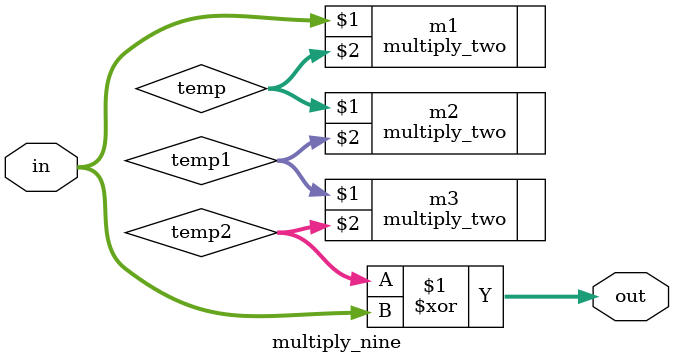
<source format=v>
module multiply_nine(in,out);
input [0:7]in;
  output [0:7]out;
  
  
wire [0:7]temp;
wire [0:7]temp1;
wire [0:7]temp2;
wire [0:7]temp3;

  
multiply_two m1(in,temp);
multiply_two m2(temp,temp1);
multiply_two m3(temp1,temp2);
assign  out=temp2^in;

  endmodule
  
</source>
